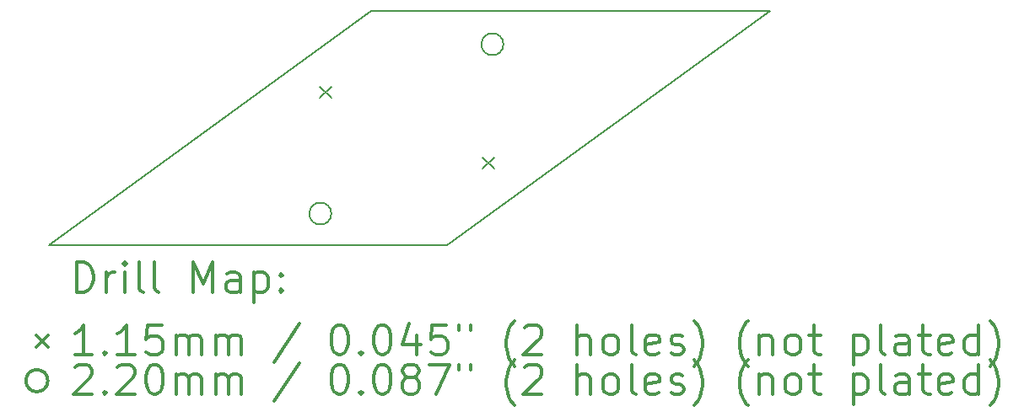
<source format=gbr>
%FSLAX45Y45*%
G04 Gerber Fmt 4.5, Leading zero omitted, Abs format (unit mm)*
G04 Created by KiCad (PCBNEW 5.1.8) date 2021-01-07 11:35:26*
%MOMM*%
%LPD*%
G01*
G04 APERTURE LIST*
%TA.AperFunction,Profile*%
%ADD10C,0.200000*%
%TD*%
%ADD11C,0.200000*%
%ADD12C,0.300000*%
G04 APERTURE END LIST*
D10*
X19115972Y-6153859D02*
X15115972Y-6153859D01*
X11879904Y-8505000D02*
X15879904Y-8505000D01*
X15879904Y-8505000D02*
X19115972Y-6153859D01*
X15115972Y-6153859D02*
X11879904Y-8505000D01*
D11*
X16236600Y-7626000D02*
X16351600Y-7741000D01*
X16351600Y-7626000D02*
X16236600Y-7741000D01*
X14598300Y-6914800D02*
X14713300Y-7029800D01*
X14713300Y-6914800D02*
X14598300Y-7029800D01*
X16442200Y-6489700D02*
G75*
G03*
X16442200Y-6489700I-110000J0D01*
G01*
X14715000Y-8191500D02*
G75*
G03*
X14715000Y-8191500I-110000J0D01*
G01*
D12*
X12156333Y-8980714D02*
X12156333Y-8680714D01*
X12227761Y-8680714D01*
X12270619Y-8695000D01*
X12299190Y-8723572D01*
X12313476Y-8752143D01*
X12327761Y-8809286D01*
X12327761Y-8852143D01*
X12313476Y-8909286D01*
X12299190Y-8937857D01*
X12270619Y-8966429D01*
X12227761Y-8980714D01*
X12156333Y-8980714D01*
X12456333Y-8980714D02*
X12456333Y-8780714D01*
X12456333Y-8837857D02*
X12470619Y-8809286D01*
X12484904Y-8795000D01*
X12513476Y-8780714D01*
X12542047Y-8780714D01*
X12642047Y-8980714D02*
X12642047Y-8780714D01*
X12642047Y-8680714D02*
X12627761Y-8695000D01*
X12642047Y-8709286D01*
X12656333Y-8695000D01*
X12642047Y-8680714D01*
X12642047Y-8709286D01*
X12827761Y-8980714D02*
X12799190Y-8966429D01*
X12784904Y-8937857D01*
X12784904Y-8680714D01*
X12984904Y-8980714D02*
X12956333Y-8966429D01*
X12942047Y-8937857D01*
X12942047Y-8680714D01*
X13327761Y-8980714D02*
X13327761Y-8680714D01*
X13427761Y-8895000D01*
X13527761Y-8680714D01*
X13527761Y-8980714D01*
X13799190Y-8980714D02*
X13799190Y-8823572D01*
X13784904Y-8795000D01*
X13756333Y-8780714D01*
X13699190Y-8780714D01*
X13670619Y-8795000D01*
X13799190Y-8966429D02*
X13770619Y-8980714D01*
X13699190Y-8980714D01*
X13670619Y-8966429D01*
X13656333Y-8937857D01*
X13656333Y-8909286D01*
X13670619Y-8880714D01*
X13699190Y-8866429D01*
X13770619Y-8866429D01*
X13799190Y-8852143D01*
X13942047Y-8780714D02*
X13942047Y-9080714D01*
X13942047Y-8795000D02*
X13970619Y-8780714D01*
X14027761Y-8780714D01*
X14056333Y-8795000D01*
X14070619Y-8809286D01*
X14084904Y-8837857D01*
X14084904Y-8923572D01*
X14070619Y-8952143D01*
X14056333Y-8966429D01*
X14027761Y-8980714D01*
X13970619Y-8980714D01*
X13942047Y-8966429D01*
X14213476Y-8952143D02*
X14227761Y-8966429D01*
X14213476Y-8980714D01*
X14199190Y-8966429D01*
X14213476Y-8952143D01*
X14213476Y-8980714D01*
X14213476Y-8795000D02*
X14227761Y-8809286D01*
X14213476Y-8823572D01*
X14199190Y-8809286D01*
X14213476Y-8795000D01*
X14213476Y-8823572D01*
X11754904Y-9417500D02*
X11869904Y-9532500D01*
X11869904Y-9417500D02*
X11754904Y-9532500D01*
X12313476Y-9610714D02*
X12142047Y-9610714D01*
X12227761Y-9610714D02*
X12227761Y-9310714D01*
X12199190Y-9353572D01*
X12170619Y-9382143D01*
X12142047Y-9396429D01*
X12442047Y-9582143D02*
X12456333Y-9596429D01*
X12442047Y-9610714D01*
X12427761Y-9596429D01*
X12442047Y-9582143D01*
X12442047Y-9610714D01*
X12742047Y-9610714D02*
X12570619Y-9610714D01*
X12656333Y-9610714D02*
X12656333Y-9310714D01*
X12627761Y-9353572D01*
X12599190Y-9382143D01*
X12570619Y-9396429D01*
X13013476Y-9310714D02*
X12870619Y-9310714D01*
X12856333Y-9453572D01*
X12870619Y-9439286D01*
X12899190Y-9425000D01*
X12970619Y-9425000D01*
X12999190Y-9439286D01*
X13013476Y-9453572D01*
X13027761Y-9482143D01*
X13027761Y-9553572D01*
X13013476Y-9582143D01*
X12999190Y-9596429D01*
X12970619Y-9610714D01*
X12899190Y-9610714D01*
X12870619Y-9596429D01*
X12856333Y-9582143D01*
X13156333Y-9610714D02*
X13156333Y-9410714D01*
X13156333Y-9439286D02*
X13170619Y-9425000D01*
X13199190Y-9410714D01*
X13242047Y-9410714D01*
X13270619Y-9425000D01*
X13284904Y-9453572D01*
X13284904Y-9610714D01*
X13284904Y-9453572D02*
X13299190Y-9425000D01*
X13327761Y-9410714D01*
X13370619Y-9410714D01*
X13399190Y-9425000D01*
X13413476Y-9453572D01*
X13413476Y-9610714D01*
X13556333Y-9610714D02*
X13556333Y-9410714D01*
X13556333Y-9439286D02*
X13570619Y-9425000D01*
X13599190Y-9410714D01*
X13642047Y-9410714D01*
X13670619Y-9425000D01*
X13684904Y-9453572D01*
X13684904Y-9610714D01*
X13684904Y-9453572D02*
X13699190Y-9425000D01*
X13727761Y-9410714D01*
X13770619Y-9410714D01*
X13799190Y-9425000D01*
X13813476Y-9453572D01*
X13813476Y-9610714D01*
X14399190Y-9296429D02*
X14142047Y-9682143D01*
X14784904Y-9310714D02*
X14813476Y-9310714D01*
X14842047Y-9325000D01*
X14856333Y-9339286D01*
X14870619Y-9367857D01*
X14884904Y-9425000D01*
X14884904Y-9496429D01*
X14870619Y-9553572D01*
X14856333Y-9582143D01*
X14842047Y-9596429D01*
X14813476Y-9610714D01*
X14784904Y-9610714D01*
X14756333Y-9596429D01*
X14742047Y-9582143D01*
X14727761Y-9553572D01*
X14713476Y-9496429D01*
X14713476Y-9425000D01*
X14727761Y-9367857D01*
X14742047Y-9339286D01*
X14756333Y-9325000D01*
X14784904Y-9310714D01*
X15013476Y-9582143D02*
X15027761Y-9596429D01*
X15013476Y-9610714D01*
X14999190Y-9596429D01*
X15013476Y-9582143D01*
X15013476Y-9610714D01*
X15213476Y-9310714D02*
X15242047Y-9310714D01*
X15270619Y-9325000D01*
X15284904Y-9339286D01*
X15299190Y-9367857D01*
X15313476Y-9425000D01*
X15313476Y-9496429D01*
X15299190Y-9553572D01*
X15284904Y-9582143D01*
X15270619Y-9596429D01*
X15242047Y-9610714D01*
X15213476Y-9610714D01*
X15184904Y-9596429D01*
X15170619Y-9582143D01*
X15156333Y-9553572D01*
X15142047Y-9496429D01*
X15142047Y-9425000D01*
X15156333Y-9367857D01*
X15170619Y-9339286D01*
X15184904Y-9325000D01*
X15213476Y-9310714D01*
X15570619Y-9410714D02*
X15570619Y-9610714D01*
X15499190Y-9296429D02*
X15427761Y-9510714D01*
X15613476Y-9510714D01*
X15870619Y-9310714D02*
X15727761Y-9310714D01*
X15713476Y-9453572D01*
X15727761Y-9439286D01*
X15756333Y-9425000D01*
X15827761Y-9425000D01*
X15856333Y-9439286D01*
X15870619Y-9453572D01*
X15884904Y-9482143D01*
X15884904Y-9553572D01*
X15870619Y-9582143D01*
X15856333Y-9596429D01*
X15827761Y-9610714D01*
X15756333Y-9610714D01*
X15727761Y-9596429D01*
X15713476Y-9582143D01*
X15999190Y-9310714D02*
X15999190Y-9367857D01*
X16113476Y-9310714D02*
X16113476Y-9367857D01*
X16556333Y-9725000D02*
X16542047Y-9710714D01*
X16513476Y-9667857D01*
X16499190Y-9639286D01*
X16484904Y-9596429D01*
X16470619Y-9525000D01*
X16470619Y-9467857D01*
X16484904Y-9396429D01*
X16499190Y-9353572D01*
X16513476Y-9325000D01*
X16542047Y-9282143D01*
X16556333Y-9267857D01*
X16656333Y-9339286D02*
X16670619Y-9325000D01*
X16699190Y-9310714D01*
X16770619Y-9310714D01*
X16799190Y-9325000D01*
X16813476Y-9339286D01*
X16827762Y-9367857D01*
X16827762Y-9396429D01*
X16813476Y-9439286D01*
X16642047Y-9610714D01*
X16827762Y-9610714D01*
X17184904Y-9610714D02*
X17184904Y-9310714D01*
X17313476Y-9610714D02*
X17313476Y-9453572D01*
X17299190Y-9425000D01*
X17270619Y-9410714D01*
X17227762Y-9410714D01*
X17199190Y-9425000D01*
X17184904Y-9439286D01*
X17499190Y-9610714D02*
X17470619Y-9596429D01*
X17456333Y-9582143D01*
X17442047Y-9553572D01*
X17442047Y-9467857D01*
X17456333Y-9439286D01*
X17470619Y-9425000D01*
X17499190Y-9410714D01*
X17542047Y-9410714D01*
X17570619Y-9425000D01*
X17584904Y-9439286D01*
X17599190Y-9467857D01*
X17599190Y-9553572D01*
X17584904Y-9582143D01*
X17570619Y-9596429D01*
X17542047Y-9610714D01*
X17499190Y-9610714D01*
X17770619Y-9610714D02*
X17742047Y-9596429D01*
X17727762Y-9567857D01*
X17727762Y-9310714D01*
X17999190Y-9596429D02*
X17970619Y-9610714D01*
X17913476Y-9610714D01*
X17884904Y-9596429D01*
X17870619Y-9567857D01*
X17870619Y-9453572D01*
X17884904Y-9425000D01*
X17913476Y-9410714D01*
X17970619Y-9410714D01*
X17999190Y-9425000D01*
X18013476Y-9453572D01*
X18013476Y-9482143D01*
X17870619Y-9510714D01*
X18127762Y-9596429D02*
X18156333Y-9610714D01*
X18213476Y-9610714D01*
X18242047Y-9596429D01*
X18256333Y-9567857D01*
X18256333Y-9553572D01*
X18242047Y-9525000D01*
X18213476Y-9510714D01*
X18170619Y-9510714D01*
X18142047Y-9496429D01*
X18127762Y-9467857D01*
X18127762Y-9453572D01*
X18142047Y-9425000D01*
X18170619Y-9410714D01*
X18213476Y-9410714D01*
X18242047Y-9425000D01*
X18356333Y-9725000D02*
X18370619Y-9710714D01*
X18399190Y-9667857D01*
X18413476Y-9639286D01*
X18427762Y-9596429D01*
X18442047Y-9525000D01*
X18442047Y-9467857D01*
X18427762Y-9396429D01*
X18413476Y-9353572D01*
X18399190Y-9325000D01*
X18370619Y-9282143D01*
X18356333Y-9267857D01*
X18899190Y-9725000D02*
X18884904Y-9710714D01*
X18856333Y-9667857D01*
X18842047Y-9639286D01*
X18827762Y-9596429D01*
X18813476Y-9525000D01*
X18813476Y-9467857D01*
X18827762Y-9396429D01*
X18842047Y-9353572D01*
X18856333Y-9325000D01*
X18884904Y-9282143D01*
X18899190Y-9267857D01*
X19013476Y-9410714D02*
X19013476Y-9610714D01*
X19013476Y-9439286D02*
X19027762Y-9425000D01*
X19056333Y-9410714D01*
X19099190Y-9410714D01*
X19127762Y-9425000D01*
X19142047Y-9453572D01*
X19142047Y-9610714D01*
X19327762Y-9610714D02*
X19299190Y-9596429D01*
X19284904Y-9582143D01*
X19270619Y-9553572D01*
X19270619Y-9467857D01*
X19284904Y-9439286D01*
X19299190Y-9425000D01*
X19327762Y-9410714D01*
X19370619Y-9410714D01*
X19399190Y-9425000D01*
X19413476Y-9439286D01*
X19427762Y-9467857D01*
X19427762Y-9553572D01*
X19413476Y-9582143D01*
X19399190Y-9596429D01*
X19370619Y-9610714D01*
X19327762Y-9610714D01*
X19513476Y-9410714D02*
X19627762Y-9410714D01*
X19556333Y-9310714D02*
X19556333Y-9567857D01*
X19570619Y-9596429D01*
X19599190Y-9610714D01*
X19627762Y-9610714D01*
X19956333Y-9410714D02*
X19956333Y-9710714D01*
X19956333Y-9425000D02*
X19984904Y-9410714D01*
X20042047Y-9410714D01*
X20070619Y-9425000D01*
X20084904Y-9439286D01*
X20099190Y-9467857D01*
X20099190Y-9553572D01*
X20084904Y-9582143D01*
X20070619Y-9596429D01*
X20042047Y-9610714D01*
X19984904Y-9610714D01*
X19956333Y-9596429D01*
X20270619Y-9610714D02*
X20242047Y-9596429D01*
X20227762Y-9567857D01*
X20227762Y-9310714D01*
X20513476Y-9610714D02*
X20513476Y-9453572D01*
X20499190Y-9425000D01*
X20470619Y-9410714D01*
X20413476Y-9410714D01*
X20384904Y-9425000D01*
X20513476Y-9596429D02*
X20484904Y-9610714D01*
X20413476Y-9610714D01*
X20384904Y-9596429D01*
X20370619Y-9567857D01*
X20370619Y-9539286D01*
X20384904Y-9510714D01*
X20413476Y-9496429D01*
X20484904Y-9496429D01*
X20513476Y-9482143D01*
X20613476Y-9410714D02*
X20727762Y-9410714D01*
X20656333Y-9310714D02*
X20656333Y-9567857D01*
X20670619Y-9596429D01*
X20699190Y-9610714D01*
X20727762Y-9610714D01*
X20942047Y-9596429D02*
X20913476Y-9610714D01*
X20856333Y-9610714D01*
X20827762Y-9596429D01*
X20813476Y-9567857D01*
X20813476Y-9453572D01*
X20827762Y-9425000D01*
X20856333Y-9410714D01*
X20913476Y-9410714D01*
X20942047Y-9425000D01*
X20956333Y-9453572D01*
X20956333Y-9482143D01*
X20813476Y-9510714D01*
X21213476Y-9610714D02*
X21213476Y-9310714D01*
X21213476Y-9596429D02*
X21184904Y-9610714D01*
X21127762Y-9610714D01*
X21099190Y-9596429D01*
X21084904Y-9582143D01*
X21070619Y-9553572D01*
X21070619Y-9467857D01*
X21084904Y-9439286D01*
X21099190Y-9425000D01*
X21127762Y-9410714D01*
X21184904Y-9410714D01*
X21213476Y-9425000D01*
X21327762Y-9725000D02*
X21342047Y-9710714D01*
X21370619Y-9667857D01*
X21384904Y-9639286D01*
X21399190Y-9596429D01*
X21413476Y-9525000D01*
X21413476Y-9467857D01*
X21399190Y-9396429D01*
X21384904Y-9353572D01*
X21370619Y-9325000D01*
X21342047Y-9282143D01*
X21327762Y-9267857D01*
X11869904Y-9871000D02*
G75*
G03*
X11869904Y-9871000I-110000J0D01*
G01*
X12142047Y-9735286D02*
X12156333Y-9721000D01*
X12184904Y-9706714D01*
X12256333Y-9706714D01*
X12284904Y-9721000D01*
X12299190Y-9735286D01*
X12313476Y-9763857D01*
X12313476Y-9792429D01*
X12299190Y-9835286D01*
X12127761Y-10006714D01*
X12313476Y-10006714D01*
X12442047Y-9978143D02*
X12456333Y-9992429D01*
X12442047Y-10006714D01*
X12427761Y-9992429D01*
X12442047Y-9978143D01*
X12442047Y-10006714D01*
X12570619Y-9735286D02*
X12584904Y-9721000D01*
X12613476Y-9706714D01*
X12684904Y-9706714D01*
X12713476Y-9721000D01*
X12727761Y-9735286D01*
X12742047Y-9763857D01*
X12742047Y-9792429D01*
X12727761Y-9835286D01*
X12556333Y-10006714D01*
X12742047Y-10006714D01*
X12927761Y-9706714D02*
X12956333Y-9706714D01*
X12984904Y-9721000D01*
X12999190Y-9735286D01*
X13013476Y-9763857D01*
X13027761Y-9821000D01*
X13027761Y-9892429D01*
X13013476Y-9949572D01*
X12999190Y-9978143D01*
X12984904Y-9992429D01*
X12956333Y-10006714D01*
X12927761Y-10006714D01*
X12899190Y-9992429D01*
X12884904Y-9978143D01*
X12870619Y-9949572D01*
X12856333Y-9892429D01*
X12856333Y-9821000D01*
X12870619Y-9763857D01*
X12884904Y-9735286D01*
X12899190Y-9721000D01*
X12927761Y-9706714D01*
X13156333Y-10006714D02*
X13156333Y-9806714D01*
X13156333Y-9835286D02*
X13170619Y-9821000D01*
X13199190Y-9806714D01*
X13242047Y-9806714D01*
X13270619Y-9821000D01*
X13284904Y-9849572D01*
X13284904Y-10006714D01*
X13284904Y-9849572D02*
X13299190Y-9821000D01*
X13327761Y-9806714D01*
X13370619Y-9806714D01*
X13399190Y-9821000D01*
X13413476Y-9849572D01*
X13413476Y-10006714D01*
X13556333Y-10006714D02*
X13556333Y-9806714D01*
X13556333Y-9835286D02*
X13570619Y-9821000D01*
X13599190Y-9806714D01*
X13642047Y-9806714D01*
X13670619Y-9821000D01*
X13684904Y-9849572D01*
X13684904Y-10006714D01*
X13684904Y-9849572D02*
X13699190Y-9821000D01*
X13727761Y-9806714D01*
X13770619Y-9806714D01*
X13799190Y-9821000D01*
X13813476Y-9849572D01*
X13813476Y-10006714D01*
X14399190Y-9692429D02*
X14142047Y-10078143D01*
X14784904Y-9706714D02*
X14813476Y-9706714D01*
X14842047Y-9721000D01*
X14856333Y-9735286D01*
X14870619Y-9763857D01*
X14884904Y-9821000D01*
X14884904Y-9892429D01*
X14870619Y-9949572D01*
X14856333Y-9978143D01*
X14842047Y-9992429D01*
X14813476Y-10006714D01*
X14784904Y-10006714D01*
X14756333Y-9992429D01*
X14742047Y-9978143D01*
X14727761Y-9949572D01*
X14713476Y-9892429D01*
X14713476Y-9821000D01*
X14727761Y-9763857D01*
X14742047Y-9735286D01*
X14756333Y-9721000D01*
X14784904Y-9706714D01*
X15013476Y-9978143D02*
X15027761Y-9992429D01*
X15013476Y-10006714D01*
X14999190Y-9992429D01*
X15013476Y-9978143D01*
X15013476Y-10006714D01*
X15213476Y-9706714D02*
X15242047Y-9706714D01*
X15270619Y-9721000D01*
X15284904Y-9735286D01*
X15299190Y-9763857D01*
X15313476Y-9821000D01*
X15313476Y-9892429D01*
X15299190Y-9949572D01*
X15284904Y-9978143D01*
X15270619Y-9992429D01*
X15242047Y-10006714D01*
X15213476Y-10006714D01*
X15184904Y-9992429D01*
X15170619Y-9978143D01*
X15156333Y-9949572D01*
X15142047Y-9892429D01*
X15142047Y-9821000D01*
X15156333Y-9763857D01*
X15170619Y-9735286D01*
X15184904Y-9721000D01*
X15213476Y-9706714D01*
X15484904Y-9835286D02*
X15456333Y-9821000D01*
X15442047Y-9806714D01*
X15427761Y-9778143D01*
X15427761Y-9763857D01*
X15442047Y-9735286D01*
X15456333Y-9721000D01*
X15484904Y-9706714D01*
X15542047Y-9706714D01*
X15570619Y-9721000D01*
X15584904Y-9735286D01*
X15599190Y-9763857D01*
X15599190Y-9778143D01*
X15584904Y-9806714D01*
X15570619Y-9821000D01*
X15542047Y-9835286D01*
X15484904Y-9835286D01*
X15456333Y-9849572D01*
X15442047Y-9863857D01*
X15427761Y-9892429D01*
X15427761Y-9949572D01*
X15442047Y-9978143D01*
X15456333Y-9992429D01*
X15484904Y-10006714D01*
X15542047Y-10006714D01*
X15570619Y-9992429D01*
X15584904Y-9978143D01*
X15599190Y-9949572D01*
X15599190Y-9892429D01*
X15584904Y-9863857D01*
X15570619Y-9849572D01*
X15542047Y-9835286D01*
X15699190Y-9706714D02*
X15899190Y-9706714D01*
X15770619Y-10006714D01*
X15999190Y-9706714D02*
X15999190Y-9763857D01*
X16113476Y-9706714D02*
X16113476Y-9763857D01*
X16556333Y-10121000D02*
X16542047Y-10106714D01*
X16513476Y-10063857D01*
X16499190Y-10035286D01*
X16484904Y-9992429D01*
X16470619Y-9921000D01*
X16470619Y-9863857D01*
X16484904Y-9792429D01*
X16499190Y-9749572D01*
X16513476Y-9721000D01*
X16542047Y-9678143D01*
X16556333Y-9663857D01*
X16656333Y-9735286D02*
X16670619Y-9721000D01*
X16699190Y-9706714D01*
X16770619Y-9706714D01*
X16799190Y-9721000D01*
X16813476Y-9735286D01*
X16827762Y-9763857D01*
X16827762Y-9792429D01*
X16813476Y-9835286D01*
X16642047Y-10006714D01*
X16827762Y-10006714D01*
X17184904Y-10006714D02*
X17184904Y-9706714D01*
X17313476Y-10006714D02*
X17313476Y-9849572D01*
X17299190Y-9821000D01*
X17270619Y-9806714D01*
X17227762Y-9806714D01*
X17199190Y-9821000D01*
X17184904Y-9835286D01*
X17499190Y-10006714D02*
X17470619Y-9992429D01*
X17456333Y-9978143D01*
X17442047Y-9949572D01*
X17442047Y-9863857D01*
X17456333Y-9835286D01*
X17470619Y-9821000D01*
X17499190Y-9806714D01*
X17542047Y-9806714D01*
X17570619Y-9821000D01*
X17584904Y-9835286D01*
X17599190Y-9863857D01*
X17599190Y-9949572D01*
X17584904Y-9978143D01*
X17570619Y-9992429D01*
X17542047Y-10006714D01*
X17499190Y-10006714D01*
X17770619Y-10006714D02*
X17742047Y-9992429D01*
X17727762Y-9963857D01*
X17727762Y-9706714D01*
X17999190Y-9992429D02*
X17970619Y-10006714D01*
X17913476Y-10006714D01*
X17884904Y-9992429D01*
X17870619Y-9963857D01*
X17870619Y-9849572D01*
X17884904Y-9821000D01*
X17913476Y-9806714D01*
X17970619Y-9806714D01*
X17999190Y-9821000D01*
X18013476Y-9849572D01*
X18013476Y-9878143D01*
X17870619Y-9906714D01*
X18127762Y-9992429D02*
X18156333Y-10006714D01*
X18213476Y-10006714D01*
X18242047Y-9992429D01*
X18256333Y-9963857D01*
X18256333Y-9949572D01*
X18242047Y-9921000D01*
X18213476Y-9906714D01*
X18170619Y-9906714D01*
X18142047Y-9892429D01*
X18127762Y-9863857D01*
X18127762Y-9849572D01*
X18142047Y-9821000D01*
X18170619Y-9806714D01*
X18213476Y-9806714D01*
X18242047Y-9821000D01*
X18356333Y-10121000D02*
X18370619Y-10106714D01*
X18399190Y-10063857D01*
X18413476Y-10035286D01*
X18427762Y-9992429D01*
X18442047Y-9921000D01*
X18442047Y-9863857D01*
X18427762Y-9792429D01*
X18413476Y-9749572D01*
X18399190Y-9721000D01*
X18370619Y-9678143D01*
X18356333Y-9663857D01*
X18899190Y-10121000D02*
X18884904Y-10106714D01*
X18856333Y-10063857D01*
X18842047Y-10035286D01*
X18827762Y-9992429D01*
X18813476Y-9921000D01*
X18813476Y-9863857D01*
X18827762Y-9792429D01*
X18842047Y-9749572D01*
X18856333Y-9721000D01*
X18884904Y-9678143D01*
X18899190Y-9663857D01*
X19013476Y-9806714D02*
X19013476Y-10006714D01*
X19013476Y-9835286D02*
X19027762Y-9821000D01*
X19056333Y-9806714D01*
X19099190Y-9806714D01*
X19127762Y-9821000D01*
X19142047Y-9849572D01*
X19142047Y-10006714D01*
X19327762Y-10006714D02*
X19299190Y-9992429D01*
X19284904Y-9978143D01*
X19270619Y-9949572D01*
X19270619Y-9863857D01*
X19284904Y-9835286D01*
X19299190Y-9821000D01*
X19327762Y-9806714D01*
X19370619Y-9806714D01*
X19399190Y-9821000D01*
X19413476Y-9835286D01*
X19427762Y-9863857D01*
X19427762Y-9949572D01*
X19413476Y-9978143D01*
X19399190Y-9992429D01*
X19370619Y-10006714D01*
X19327762Y-10006714D01*
X19513476Y-9806714D02*
X19627762Y-9806714D01*
X19556333Y-9706714D02*
X19556333Y-9963857D01*
X19570619Y-9992429D01*
X19599190Y-10006714D01*
X19627762Y-10006714D01*
X19956333Y-9806714D02*
X19956333Y-10106714D01*
X19956333Y-9821000D02*
X19984904Y-9806714D01*
X20042047Y-9806714D01*
X20070619Y-9821000D01*
X20084904Y-9835286D01*
X20099190Y-9863857D01*
X20099190Y-9949572D01*
X20084904Y-9978143D01*
X20070619Y-9992429D01*
X20042047Y-10006714D01*
X19984904Y-10006714D01*
X19956333Y-9992429D01*
X20270619Y-10006714D02*
X20242047Y-9992429D01*
X20227762Y-9963857D01*
X20227762Y-9706714D01*
X20513476Y-10006714D02*
X20513476Y-9849572D01*
X20499190Y-9821000D01*
X20470619Y-9806714D01*
X20413476Y-9806714D01*
X20384904Y-9821000D01*
X20513476Y-9992429D02*
X20484904Y-10006714D01*
X20413476Y-10006714D01*
X20384904Y-9992429D01*
X20370619Y-9963857D01*
X20370619Y-9935286D01*
X20384904Y-9906714D01*
X20413476Y-9892429D01*
X20484904Y-9892429D01*
X20513476Y-9878143D01*
X20613476Y-9806714D02*
X20727762Y-9806714D01*
X20656333Y-9706714D02*
X20656333Y-9963857D01*
X20670619Y-9992429D01*
X20699190Y-10006714D01*
X20727762Y-10006714D01*
X20942047Y-9992429D02*
X20913476Y-10006714D01*
X20856333Y-10006714D01*
X20827762Y-9992429D01*
X20813476Y-9963857D01*
X20813476Y-9849572D01*
X20827762Y-9821000D01*
X20856333Y-9806714D01*
X20913476Y-9806714D01*
X20942047Y-9821000D01*
X20956333Y-9849572D01*
X20956333Y-9878143D01*
X20813476Y-9906714D01*
X21213476Y-10006714D02*
X21213476Y-9706714D01*
X21213476Y-9992429D02*
X21184904Y-10006714D01*
X21127762Y-10006714D01*
X21099190Y-9992429D01*
X21084904Y-9978143D01*
X21070619Y-9949572D01*
X21070619Y-9863857D01*
X21084904Y-9835286D01*
X21099190Y-9821000D01*
X21127762Y-9806714D01*
X21184904Y-9806714D01*
X21213476Y-9821000D01*
X21327762Y-10121000D02*
X21342047Y-10106714D01*
X21370619Y-10063857D01*
X21384904Y-10035286D01*
X21399190Y-9992429D01*
X21413476Y-9921000D01*
X21413476Y-9863857D01*
X21399190Y-9792429D01*
X21384904Y-9749572D01*
X21370619Y-9721000D01*
X21342047Y-9678143D01*
X21327762Y-9663857D01*
M02*

</source>
